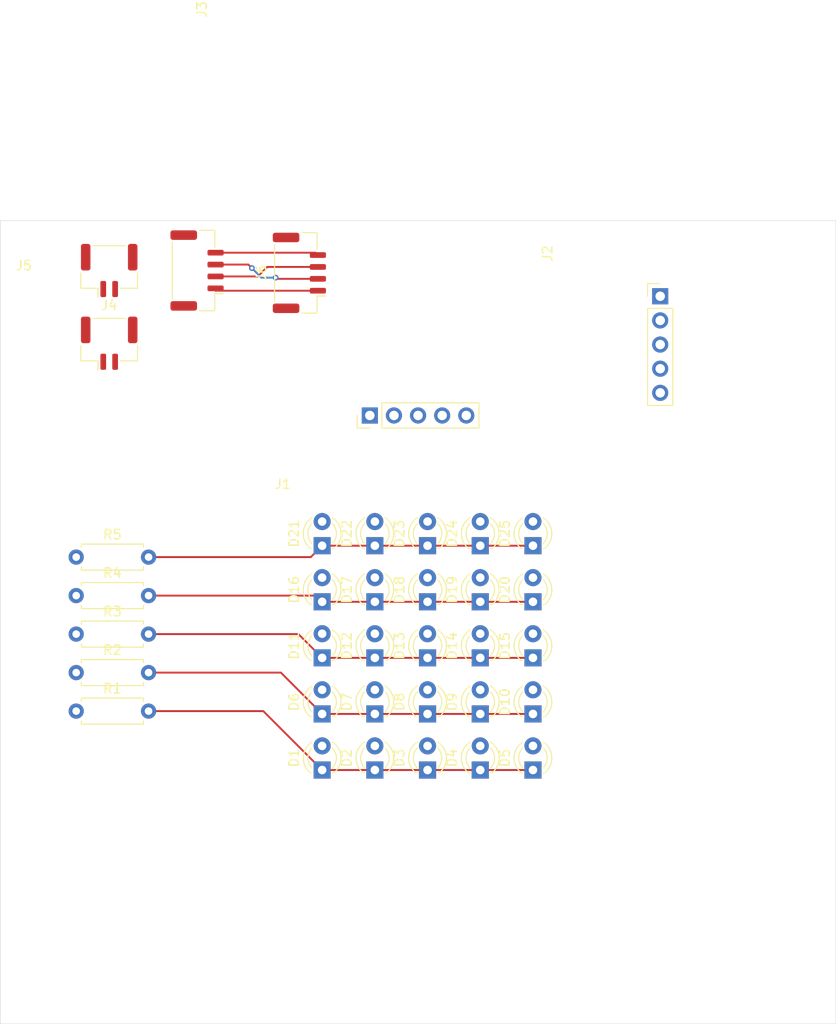
<source format=kicad_pcb>
(kicad_pcb (version 20240108) (generator "pcbnew") (generator_version "8.0")
  (layers (0 "F.Cu" signal) (31 "B.Cu" signal) (34 "B.Paste" user) (35 "F.Paste" user) (36 "B.SilkS" user "B.Silkscreen") (37 "F.SilkS" user "F.Silkscreen") (38 "B.Mask" user) (39 "F.Mask" user) (44 "Edge.Cuts" user))
  (net 0 "")
  (net 1 "Net-(D1-A)")
  (net 2 "Net-(D1-K)")
  (net 3 "Net-(D12-A)")
  (net 4 "Net-(D13-A)")
  (net 5 "Net-(D14-A)")
  (net 6 "Net-(D10-A)")
  (net 7 "Net-(D10-K)")
  (net 8 "Net-(D11-K)")
  (net 9 "Net-(D16-K)")
  (net 10 "Net-(D21-K)")
  (net 11 "Net-(J2-Pin_1)")
  (net 12 "Net-(J2-Pin_3)")
  (net 13 "Net-(J2-Pin_2)")
  (net 14 "Net-(J2-Pin_4)")
  (net 15 "Net-(J2-Pin_5)")
  (net 16 "Net-(J3-Pin_1)")
  (net 17 "Net-(J3-Pin_2)")
  (net 18 "Net-(J5-Pin_3)")
  (net 19 "Net-(J5-Pin_2)")
  (net 20 "Net-(J5-Pin_4)")
  (net 21 "Net-(J5-Pin_1)")
  (footprint "LED_THT:LED_D3.0mm_IRBlack" (layer "F.Cu") (at 56.9 62.2 90)
    (property "Reference" "D21" (at 1.27 -2.96 90) (layer "F.SilkS"))
    (property "Value" "IR204A")
    (fp_line (start -0.29 -1.236) (end -0.29 -1.08) (stroke (width 0.12)) (layer "F.SilkS"))
    (fp_line (start -0.29 1.08) (end -0.29 1.236) (stroke (width 0.12)) (layer "F.SilkS"))
    (fp_arc (start -0.29 -1.235516) (mid 1.366487 -1.987659) (end 2.942335 -1.078608) (stroke (width 0.12)) (layer "F.SilkS"))
    (fp_arc (start 0.229039 -1.08) (mid 1.270117 -1.5) (end 2.31113 -1.079837) (stroke (width 0.12)) (layer "F.SilkS"))
    (fp_arc (start 2.942335 1.078608) (mid 1.366487 1.987659) (end -0.29 1.235516) (stroke (width 0.12)) (layer "F.SilkS"))
    (fp_arc (start 2.31113 1.079837) (mid 1.270117 1.5) (end 0.229039 1.08) (stroke (width 0.12)) (layer "F.SilkS"))
    (pad "1" thru_hole rect (at 0 0 90) (size 1.8 1.8) (drill 0.9) (layers "*.Cu" "*.Mask") (net 10 "Net-(D21-K)"))
    (pad "2" thru_hole circle (at 2.54 0 90) (size 1.8 1.8) (drill 0.9) (layers "*.Cu" "*.Mask") (net 1 "Net-(D1-A)"))
  )
  (footprint "Resistor_THT:R_Axial_DIN0207_L6.3mm_D2.5mm_P7.62mm_Horizontal" (layer "F.Cu") (at 31 67.45)
    (property "Reference" "R4" (at 3.81 -2.37 0) (layer "F.SilkS"))
    (property "Value" "R")
    (fp_line (start 0.54 -1.37) (end 7.08 -1.37) (stroke (width 0.12)) (layer "F.SilkS"))
    (fp_line (start 0.54 -1.04) (end 0.54 -1.37) (stroke (width 0.12)) (layer "F.SilkS"))
    (fp_line (start 0.54 1.04) (end 0.54 1.37) (stroke (width 0.12)) (layer "F.SilkS"))
    (fp_line (start 0.54 1.37) (end 7.08 1.37) (stroke (width 0.12)) (layer "F.SilkS"))
    (fp_line (start 7.08 -1.37) (end 7.08 -1.04) (stroke (width 0.12)) (layer "F.SilkS"))
    (fp_line (start 7.08 1.37) (end 7.08 1.04) (stroke (width 0.12)) (layer "F.SilkS"))
    (pad "1" thru_hole circle (at 0 0) (size 1.6 1.6) (drill 0.8) (layers "*.Cu" "*.Mask") (net 13 "Net-(J2-Pin_2)"))
    (pad "2" thru_hole oval (at 7.62 0) (size 1.6 1.6) (drill 0.8) (layers "*.Cu" "*.Mask") (net 9 "Net-(D16-K)"))
  )
  (footprint "LED_THT:LED_D3.0mm_IRBlack" (layer "F.Cu") (at 73.55 68.1 90)
    (property "Reference" "D19" (at 1.27 -2.96 90) (layer "F.SilkS"))
    (property "Value" "IR204A")
    (fp_line (start -0.29 -1.236) (end -0.29 -1.08) (stroke (width 0.12)) (layer "F.SilkS"))
    (fp_line (start -0.29 1.08) (end -0.29 1.236) (stroke (width 0.12)) (layer "F.SilkS"))
    (fp_arc (start -0.29 -1.235516) (mid 1.366487 -1.987659) (end 2.942335 -1.078608) (stroke (width 0.12)) (layer "F.SilkS"))
    (fp_arc (start 0.229039 -1.08) (mid 1.270117 -1.5) (end 2.31113 -1.079837) (stroke (width 0.12)) (layer "F.SilkS"))
    (fp_arc (start 2.942335 1.078608) (mid 1.366487 1.987659) (end -0.29 1.235516) (stroke (width 0.12)) (layer "F.SilkS"))
    (fp_arc (start 2.31113 1.079837) (mid 1.270117 1.5) (end 0.229039 1.08) (stroke (width 0.12)) (layer "F.SilkS"))
    (pad "1" thru_hole rect (at 0 0 90) (size 1.8 1.8) (drill 0.9) (layers "*.Cu" "*.Mask") (net 9 "Net-(D16-K)"))
    (pad "2" thru_hole circle (at 2.54 0 90) (size 1.8 1.8) (drill 0.9) (layers "*.Cu" "*.Mask") (net 5 "Net-(D14-A)"))
  )
  (footprint "LED_THT:LED_D3.0mm_IRBlack" (layer "F.Cu") (at 79.1 62.2 90)
    (property "Reference" "D25" (at 1.27 -2.96 90) (layer "F.SilkS"))
    (property "Value" "IR204A")
    (fp_line (start -0.29 -1.236) (end -0.29 -1.08) (stroke (width 0.12)) (layer "F.SilkS"))
    (fp_line (start -0.29 1.08) (end -0.29 1.236) (stroke (width 0.12)) (layer "F.SilkS"))
    (fp_arc (start -0.29 -1.235516) (mid 1.366487 -1.987659) (end 2.942335 -1.078608) (stroke (width 0.12)) (layer "F.SilkS"))
    (fp_arc (start 0.229039 -1.08) (mid 1.270117 -1.5) (end 2.31113 -1.079837) (stroke (width 0.12)) (layer "F.SilkS"))
    (fp_arc (start 2.942335 1.078608) (mid 1.366487 1.987659) (end -0.29 1.235516) (stroke (width 0.12)) (layer "F.SilkS"))
    (fp_arc (start 2.31113 1.079837) (mid 1.270117 1.5) (end 0.229039 1.08) (stroke (width 0.12)) (layer "F.SilkS"))
    (pad "1" thru_hole rect (at 0 0 90) (size 1.8 1.8) (drill 0.9) (layers "*.Cu" "*.Mask") (net 10 "Net-(D21-K)"))
    (pad "2" thru_hole circle (at 2.54 0 90) (size 1.8 1.8) (drill 0.9) (layers "*.Cu" "*.Mask") (net 6 "Net-(D10-A)"))
  )
  (footprint "LED_THT:LED_D3.0mm_IRBlack" (layer "F.Cu") (at 62.45 68.1 90)
    (property "Reference" "D17" (at 1.27 -2.96 90) (layer "F.SilkS"))
    (property "Value" "IR204A")
    (fp_line (start -0.29 -1.236) (end -0.29 -1.08) (stroke (width 0.12)) (layer "F.SilkS"))
    (fp_line (start -0.29 1.08) (end -0.29 1.236) (stroke (width 0.12)) (layer "F.SilkS"))
    (fp_arc (start -0.29 -1.235516) (mid 1.366487 -1.987659) (end 2.942335 -1.078608) (stroke (width 0.12)) (layer "F.SilkS"))
    (fp_arc (start 0.229039 -1.08) (mid 1.270117 -1.5) (end 2.31113 -1.079837) (stroke (width 0.12)) (layer "F.SilkS"))
    (fp_arc (start 2.942335 1.078608) (mid 1.366487 1.987659) (end -0.29 1.235516) (stroke (width 0.12)) (layer "F.SilkS"))
    (fp_arc (start 2.31113 1.079837) (mid 1.270117 1.5) (end 0.229039 1.08) (stroke (width 0.12)) (layer "F.SilkS"))
    (pad "1" thru_hole rect (at 0 0 90) (size 1.8 1.8) (drill 0.9) (layers "*.Cu" "*.Mask") (net 9 "Net-(D16-K)"))
    (pad "2" thru_hole circle (at 2.54 0 90) (size 1.8 1.8) (drill 0.9) (layers "*.Cu" "*.Mask") (net 3 "Net-(D12-A)"))
  )
  (footprint "Connector_JST:JST_GH_BM02B-GHS-TBT_1x02-1MP_P1.25mm_Vertical" (layer "F.Cu") (at 34.475 33.25)
    (property "Reference" "J3" (at 9.77 -27.475 90) (layer "F.SilkS"))
    (property "Value" "Conn_01x02")
    (fp_line (start -2.985 0.26) (end -2.985 1.86) (stroke (width 0.12)) (layer "F.SilkS"))
    (fp_line (start -2.985 1.86) (end -1.185 1.86) (stroke (width 0.12)) (layer "F.SilkS"))
    (fp_line (start -1.715 -2.61) (end 1.715 -2.61) (stroke (width 0.12)) (layer "F.SilkS"))
    (fp_line (start -1.185 1.86) (end -1.185 2.8) (stroke (width 0.12)) (layer "F.SilkS"))
    (fp_line (start 2.985 0.26) (end 2.985 1.86) (stroke (width 0.12)) (layer "F.SilkS"))
    (fp_line (start 2.985 1.86) (end 1.185 1.86) (stroke (width 0.12)) (layer "F.SilkS"))
    (pad "1" smd roundrect (at -0.625 1.95) (size 0.6 1.7) (layers "F.Cu" "F.Paste" "F.Mask") (net 16 "Net-(J3-Pin_1)"))
    (pad "2" smd roundrect (at 0.625 1.95) (size 0.6 1.7) (layers "F.Cu" "F.Paste" "F.Mask") (net 17 "Net-(J3-Pin_2)"))
    (pad "MP" smd roundrect (at -2.475 -1.4) (size 1 2.8) (layers "F.Cu" "F.Paste" "F.Mask"))
    (pad "MP" smd roundrect (at 2.475 -1.4) (size 1 2.8) (layers "F.Cu" "F.Paste" "F.Mask"))
  )
  (footprint "Resistor_THT:R_Axial_DIN0207_L6.3mm_D2.5mm_P7.62mm_Horizontal" (layer "F.Cu") (at 31 63.4)
    (property "Reference" "R5" (at 3.81 -2.37 0) (layer "F.SilkS"))
    (property "Value" "R")
    (fp_line (start 0.54 -1.37) (end 7.08 -1.37) (stroke (width 0.12)) (layer "F.SilkS"))
    (fp_line (start 0.54 -1.04) (end 0.54 -1.37) (stroke (width 0.12)) (layer "F.SilkS"))
    (fp_line (start 0.54 1.04) (end 0.54 1.37) (stroke (width 0.12)) (layer "F.SilkS"))
    (fp_line (start 0.54 1.37) (end 7.08 1.37) (stroke (width 0.12)) (layer "F.SilkS"))
    (fp_line (start 7.08 -1.37) (end 7.08 -1.04) (stroke (width 0.12)) (layer "F.SilkS"))
    (fp_line (start 7.08 1.37) (end 7.08 1.04) (stroke (width 0.12)) (layer "F.SilkS"))
    (pad "1" thru_hole circle (at 0 0) (size 1.6 1.6) (drill 0.8) (layers "*.Cu" "*.Mask") (net 11 "Net-(J2-Pin_1)"))
    (pad "2" thru_hole oval (at 7.62 0) (size 1.6 1.6) (drill 0.8) (layers "*.Cu" "*.Mask") (net 10 "Net-(D21-K)"))
  )
  (footprint "LED_THT:LED_D3.0mm_IRBlack" (layer "F.Cu") (at 73.55 74 90)
    (property "Reference" "D14" (at 1.27 -2.96 90) (layer "F.SilkS"))
    (property "Value" "IR204A")
    (fp_line (start -0.29 -1.236) (end -0.29 -1.08) (stroke (width 0.12)) (layer "F.SilkS"))
    (fp_line (start -0.29 1.08) (end -0.29 1.236) (stroke (width 0.12)) (layer "F.SilkS"))
    (fp_arc (start -0.29 -1.235516) (mid 1.366487 -1.987659) (end 2.942335 -1.078608) (stroke (width 0.12)) (layer "F.SilkS"))
    (fp_arc (start 0.229039 -1.08) (mid 1.270117 -1.5) (end 2.31113 -1.079837) (stroke (width 0.12)) (layer "F.SilkS"))
    (fp_arc (start 2.942335 1.078608) (mid 1.366487 1.987659) (end -0.29 1.235516) (stroke (width 0.12)) (layer "F.SilkS"))
    (fp_arc (start 2.31113 1.079837) (mid 1.270117 1.5) (end 0.229039 1.08) (stroke (width 0.12)) (layer "F.SilkS"))
    (pad "1" thru_hole rect (at 0 0 90) (size 1.8 1.8) (drill 0.9) (layers "*.Cu" "*.Mask") (net 8 "Net-(D11-K)"))
    (pad "2" thru_hole circle (at 2.54 0 90) (size 1.8 1.8) (drill 0.9) (layers "*.Cu" "*.Mask") (net 5 "Net-(D14-A)"))
  )
  (footprint "LED_THT:LED_D3.0mm_IRBlack" (layer "F.Cu") (at 56.9 74 90)
    (property "Reference" "D11" (at 1.27 -2.96 90) (layer "F.SilkS"))
    (property "Value" "IR204A")
    (fp_line (start -0.29 -1.236) (end -0.29 -1.08) (stroke (width 0.12)) (layer "F.SilkS"))
    (fp_line (start -0.29 1.08) (end -0.29 1.236) (stroke (width 0.12)) (layer "F.SilkS"))
    (fp_arc (start -0.29 -1.235516) (mid 1.366487 -1.987659) (end 2.942335 -1.078608) (stroke (width 0.12)) (layer "F.SilkS"))
    (fp_arc (start 0.229039 -1.08) (mid 1.270117 -1.5) (end 2.31113 -1.079837) (stroke (width 0.12)) (layer "F.SilkS"))
    (fp_arc (start 2.942335 1.078608) (mid 1.366487 1.987659) (end -0.29 1.235516) (stroke (width 0.12)) (layer "F.SilkS"))
    (fp_arc (start 2.31113 1.079837) (mid 1.270117 1.5) (end 0.229039 1.08) (stroke (width 0.12)) (layer "F.SilkS"))
    (pad "1" thru_hole rect (at 0 0 90) (size 1.8 1.8) (drill 0.9) (layers "*.Cu" "*.Mask") (net 8 "Net-(D11-K)"))
    (pad "2" thru_hole circle (at 2.54 0 90) (size 1.8 1.8) (drill 0.9) (layers "*.Cu" "*.Mask") (net 1 "Net-(D1-A)"))
  )
  (footprint "LED_THT:LED_D3.0mm_IRBlack" (layer "F.Cu") (at 68 85.8 90)
    (property "Reference" "D3" (at 1.27 -2.96 90) (layer "F.SilkS"))
    (property "Value" "IR204A")
    (fp_line (start -0.29 -1.236) (end -0.29 -1.08) (stroke (width 0.12)) (layer "F.SilkS"))
    (fp_line (start -0.29 1.08) (end -0.29 1.236) (stroke (width 0.12)) (layer "F.SilkS"))
    (fp_arc (start -0.29 -1.235516) (mid 1.366487 -1.987659) (end 2.942335 -1.078608) (stroke (width 0.12)) (layer "F.SilkS"))
    (fp_arc (start 0.229039 -1.08) (mid 1.270117 -1.5) (end 2.31113 -1.079837) (stroke (width 0.12)) (layer "F.SilkS"))
    (fp_arc (start 2.942335 1.078608) (mid 1.366487 1.987659) (end -0.29 1.235516) (stroke (width 0.12)) (layer "F.SilkS"))
    (fp_arc (start 2.31113 1.079837) (mid 1.270117 1.5) (end 0.229039 1.08) (stroke (width 0.12)) (layer "F.SilkS"))
    (pad "1" thru_hole rect (at 0 0 90) (size 1.8 1.8) (drill 0.9) (layers "*.Cu" "*.Mask") (net 2 "Net-(D1-K)"))
    (pad "2" thru_hole circle (at 2.54 0 90) (size 1.8 1.8) (drill 0.9) (layers "*.Cu" "*.Mask") (net 4 "Net-(D13-A)"))
  )
  (footprint "LED_THT:LED_D3.0mm_IRBlack" (layer "F.Cu") (at 68 68.1 90)
    (property "Reference" "D18" (at 1.27 -2.96 90) (layer "F.SilkS"))
    (property "Value" "IR204A")
    (fp_line (start -0.29 -1.236) (end -0.29 -1.08) (stroke (width 0.12)) (layer "F.SilkS"))
    (fp_line (start -0.29 1.08) (end -0.29 1.236) (stroke (width 0.12)) (layer "F.SilkS"))
    (fp_arc (start -0.29 -1.235516) (mid 1.366487 -1.987659) (end 2.942335 -1.078608) (stroke (width 0.12)) (layer "F.SilkS"))
    (fp_arc (start 0.229039 -1.08) (mid 1.270117 -1.5) (end 2.31113 -1.079837) (stroke (width 0.12)) (layer "F.SilkS"))
    (fp_arc (start 2.942335 1.078608) (mid 1.366487 1.987659) (end -0.29 1.235516) (stroke (width 0.12)) (layer "F.SilkS"))
    (fp_arc (start 2.31113 1.079837) (mid 1.270117 1.5) (end 0.229039 1.08) (stroke (width 0.12)) (layer "F.SilkS"))
    (pad "1" thru_hole rect (at 0 0 90) (size 1.8 1.8) (drill 0.9) (layers "*.Cu" "*.Mask") (net 9 "Net-(D16-K)"))
    (pad "2" thru_hole circle (at 2.54 0 90) (size 1.8 1.8) (drill 0.9) (layers "*.Cu" "*.Mask") (net 4 "Net-(D13-A)"))
  )
  (footprint "Connector_JST:JST_GH_BM04B-GHS-TBT_1x04-1MP_P1.25mm_Vertical" (layer "F.Cu") (at 43.725 33.25 90)
    (property "Reference" "J5" (at 0.52 -18.225 360) (layer "F.SilkS"))
    (property "Value" "Conn_01x04")
    (fp_line (start -2.965 -2.61) (end 2.965 -2.61) (stroke (width 0.12)) (layer "F.SilkS"))
    (fp_line (start 4.235 0.26) (end 4.235 1.86) (stroke (width 0.12)) (layer "F.SilkS"))
    (fp_line (start -4.235 0.26) (end -4.235 1.86) (stroke (width 0.12)) (layer "F.SilkS"))
    (fp_line (start 4.235 1.86) (end 2.435 1.86) (stroke (width 0.12)) (layer "F.SilkS"))
    (fp_line (start -2.435 1.86) (end -2.435 2.8) (stroke (width 0.12)) (layer "F.SilkS"))
    (fp_line (start -4.235 1.86) (end -2.435 1.86) (stroke (width 0.12)) (layer "F.SilkS"))
    (pad "1" smd roundrect (at -1.875 1.95 90) (size 0.6 1.7) (layers "F.Cu" "F.Paste" "F.Mask") (net 21 "Net-(J5-Pin_1)"))
    (pad "2" smd roundrect (at -0.625 1.95 90) (size 0.6 1.7) (layers "F.Cu" "F.Paste" "F.Mask") (net 19 "Net-(J5-Pin_2)"))
    (pad "3" smd roundrect (at 0.625 1.95 90) (size 0.6 1.7) (layers "F.Cu" "F.Paste" "F.Mask") (net 18 "Net-(J5-Pin_3)"))
    (pad "4" smd roundrect (at 1.875 1.95 90) (size 0.6 1.7) (layers "F.Cu" "F.Paste" "F.Mask") (net 20 "Net-(J5-Pin_4)"))
    (pad "MP" smd roundrect (at -3.725 -1.4 90) (size 1 2.8) (layers "F.Cu" "F.Paste" "F.Mask"))
    (pad "MP" smd roundrect (at 3.725 -1.4 90) (size 1 2.8) (layers "F.Cu" "F.Paste" "F.Mask"))
  )
  (footprint "LED_THT:LED_D3.0mm_IRBlack" (layer "F.Cu") (at 73.55 62.2 90)
    (property "Reference" "D24" (at 1.27 -2.96 90) (layer "F.SilkS"))
    (property "Value" "IR204A")
    (fp_line (start -0.29 -1.236) (end -0.29 -1.08) (stroke (width 0.12)) (layer "F.SilkS"))
    (fp_line (start -0.29 1.08) (end -0.29 1.236) (stroke (width 0.12)) (layer "F.SilkS"))
    (fp_arc (start -0.29 -1.235516) (mid 1.366487 -1.987659) (end 2.942335 -1.078608) (stroke (width 0.12)) (layer "F.SilkS"))
    (fp_arc (start 0.229039 -1.08) (mid 1.270117 -1.5) (end 2.31113 -1.079837) (stroke (width 0.12)) (layer "F.SilkS"))
    (fp_arc (start 2.942335 1.078608) (mid 1.366487 1.987659) (end -0.29 1.235516) (stroke (width 0.12)) (layer "F.SilkS"))
    (fp_arc (start 2.31113 1.079837) (mid 1.270117 1.5) (end 0.229039 1.08) (stroke (width 0.12)) (layer "F.SilkS"))
    (pad "1" thru_hole rect (at 0 0 90) (size 1.8 1.8) (drill 0.9) (layers "*.Cu" "*.Mask") (net 10 "Net-(D21-K)"))
    (pad "2" thru_hole circle (at 2.54 0 90) (size 1.8 1.8) (drill 0.9) (layers "*.Cu" "*.Mask") (net 5 "Net-(D14-A)"))
  )
  (footprint "Connector_PinHeader_2.54mm:PinHeader_1x05_P2.54mm_Vertical" (layer "F.Cu") (at 92.5 35.96)
    (property "Reference" "J2" (at -11.87 -4.505 90) (layer "F.SilkS"))
    (property "Value" "Conn_01x05")
    (fp_line (start -1.33 -1.33) (end 0 -1.33) (stroke (width 0.12)) (layer "F.SilkS"))
    (fp_line (start -1.33 0) (end -1.33 -1.33) (stroke (width 0.12)) (layer "F.SilkS"))
    (fp_line (start -1.33 1.27) (end -1.33 11.49) (stroke (width 0.12)) (layer "F.SilkS"))
    (fp_line (start -1.33 1.27) (end 1.33 1.27) (stroke (width 0.12)) (layer "F.SilkS"))
    (fp_line (start -1.33 11.49) (end 1.33 11.49) (stroke (width 0.12)) (layer "F.SilkS"))
    (fp_line (start 1.33 1.27) (end 1.33 11.49) (stroke (width 0.12)) (layer "F.SilkS"))
    (pad "1" thru_hole rect (at 0 0) (size 1.7 1.7) (drill 1) (layers "*.Cu" "*.Mask") (net 11 "Net-(J2-Pin_1)"))
    (pad "2" thru_hole oval (at 0 2.54) (size 1.7 1.7) (drill 1) (layers "*.Cu" "*.Mask") (net 13 "Net-(J2-Pin_2)"))
    (pad "3" thru_hole oval (at 0 5.08) (size 1.7 1.7) (drill 1) (layers "*.Cu" "*.Mask") (net 12 "Net-(J2-Pin_3)"))
    (pad "4" thru_hole oval (at 0 7.62) (size 1.7 1.7) (drill 1) (layers "*.Cu" "*.Mask") (net 14 "Net-(J2-Pin_4)"))
    (pad "5" thru_hole oval (at 0 10.16) (size 1.7 1.7) (drill 1) (layers "*.Cu" "*.Mask") (net 15 "Net-(J2-Pin_5)"))
  )
  (footprint "Connector_PinHeader_2.54mm:PinHeader_1x05_P2.54mm_Vertical" (layer "F.Cu") (at 61.92 48.5 90)
    (property "Reference" "J1" (at -7.22 -9.155 360) (layer "F.SilkS"))
    (property "Value" "Conn_01x05")
    (fp_line (start -1.33 -1.33) (end 0 -1.33) (stroke (width 0.12)) (layer "F.SilkS"))
    (fp_line (start -1.33 0) (end -1.33 -1.33) (stroke (width 0.12)) (layer "F.SilkS"))
    (fp_line (start 1.33 1.27) (end 1.33 11.49) (stroke (width 0.12)) (layer "F.SilkS"))
    (fp_line (start -1.33 1.27) (end 1.33 1.27) (stroke (width 0.12)) (layer "F.SilkS"))
    (fp_line (start -1.33 1.27) (end -1.33 11.49) (stroke (width 0.12)) (layer "F.SilkS"))
    (fp_line (start -1.33 11.49) (end 1.33 11.49) (stroke (width 0.12)) (layer "F.SilkS"))
    (pad "1" thru_hole rect (at 0 0 90) (size 1.7 1.7) (drill 1) (layers "*.Cu" "*.Mask") (net 1 "Net-(D1-A)"))
    (pad "2" thru_hole oval (at 0 2.54 90) (size 1.7 1.7) (drill 1) (layers "*.Cu" "*.Mask") (net 3 "Net-(D12-A)"))
    (pad "3" thru_hole oval (at 0 5.08 90) (size 1.7 1.7) (drill 1) (layers "*.Cu" "*.Mask") (net 4 "Net-(D13-A)"))
    (pad "4" thru_hole oval (at 0 7.62 90) (size 1.7 1.7) (drill 1) (layers "*.Cu" "*.Mask") (net 5 "Net-(D14-A)"))
    (pad "5" thru_hole oval (at 0 10.16 90) (size 1.7 1.7) (drill 1) (layers "*.Cu" "*.Mask") (net 6 "Net-(D10-A)"))
  )
  (footprint "LED_THT:LED_D3.0mm_IRBlack" (layer "F.Cu") (at 62.45 62.2 90)
    (property "Reference" "D22" (at 1.27 -2.96 90) (layer "F.SilkS"))
    (property "Value" "IR204A")
    (fp_line (start -0.29 -1.236) (end -0.29 -1.08) (stroke (width 0.12)) (layer "F.SilkS"))
    (fp_line (start -0.29 1.08) (end -0.29 1.236) (stroke (width 0.12)) (layer "F.SilkS"))
    (fp_arc (start -0.29 -1.235516) (mid 1.366487 -1.987659) (end 2.942335 -1.078608) (stroke (width 0.12)) (layer "F.SilkS"))
    (fp_arc (start 0.229039 -1.08) (mid 1.270117 -1.5) (end 2.31113 -1.079837) (stroke (width 0.12)) (layer "F.SilkS"))
    (fp_arc (start 2.942335 1.078608) (mid 1.366487 1.987659) (end -0.29 1.235516) (stroke (width 0.12)) (layer "F.SilkS"))
    (fp_arc (start 2.31113 1.079837) (mid 1.270117 1.5) (end 0.229039 1.08) (stroke (width 0.12)) (layer "F.SilkS"))
    (pad "1" thru_hole rect (at 0 0 90) (size 1.8 1.8) (drill 0.9) (layers "*.Cu" "*.Mask") (net 10 "Net-(D21-K)"))
    (pad "2" thru_hole circle (at 2.54 0 90) (size 1.8 1.8) (drill 0.9) (layers "*.Cu" "*.Mask") (net 3 "Net-(D12-A)"))
  )
  (footprint "Connector_JST:JST_GH_BM02B-GHS-TBT_1x02-1MP_P1.25mm_Vertical" (layer "F.Cu") (at 34.475 40.9)
    (property "Reference" "J4" (at 0 -4 0) (layer "F.SilkS"))
    (property "Value" "Conn_01x02")
    (fp_line (start -2.985 0.26) (end -2.985 1.86) (stroke (width 0.12)) (layer "F.SilkS"))
    (fp_line (start -2.985 1.86) (end -1.185 1.86) (stroke (width 0.12)) (layer "F.SilkS"))
    (fp_line (start -1.715 -2.61) (end 1.715 -2.61) (stroke (width 0.12)) (layer "F.SilkS"))
    (fp_line (start -1.185 1.86) (end -1.185 2.8) (stroke (width 0.12)) (layer "F.SilkS"))
    (fp_line (start 2.985 0.26) (end 2.985 1.86) (stroke (width 0.12)) (layer "F.SilkS"))
    (fp_line (start 2.985 1.86) (end 1.185 1.86) (stroke (width 0.12)) (layer "F.SilkS"))
    (pad "1" smd roundrect (at -0.625 1.95) (size 0.6 1.7) (layers "F.Cu" "F.Paste" "F.Mask") (net 16 "Net-(J3-Pin_1)"))
    (pad "2" smd roundrect (at 0.625 1.95) (size 0.6 1.7) (layers "F.Cu" "F.Paste" "F.Mask") (net 17 "Net-(J3-Pin_2)"))
    (pad "MP" smd roundrect (at -2.475 -1.4) (size 1 2.8) (layers "F.Cu" "F.Paste" "F.Mask"))
    (pad "MP" smd roundrect (at 2.475 -1.4) (size 1 2.8) (layers "F.Cu" "F.Paste" "F.Mask"))
  )
  (footprint "Connector_JST:JST_GH_BM04B-GHS-TBT_1x04-1MP_P1.25mm_Vertical" (layer "F.Cu") (at 54.5 33.5 90)
    (property "Reference" "J6" (at 0 -4 90) (layer "F.SilkS"))
    (property "Value" "Conn_01x04")
    (fp_line (start -2.965 -2.61) (end 2.965 -2.61) (stroke (width 0.12)) (layer "F.SilkS"))
    (fp_line (start 4.235 0.26) (end 4.235 1.86) (stroke (width 0.12)) (layer "F.SilkS"))
    (fp_line (start -4.235 0.26) (end -4.235 1.86) (stroke (width 0.12)) (layer "F.SilkS"))
    (fp_line (start 4.235 1.86) (end 2.435 1.86) (stroke (width 0.12)) (layer "F.SilkS"))
    (fp_line (start -2.435 1.86) (end -2.435 2.8) (stroke (width 0.12)) (layer "F.SilkS"))
    (fp_line (start -4.235 1.86) (end -2.435 1.86) (stroke (width 0.12)) (layer "F.SilkS"))
    (pad "1" smd roundrect (at -1.875 1.95 90) (size 0.6 1.7) (layers "F.Cu" "F.Paste" "F.Mask") (net 21 "Net-(J5-Pin_1)"))
    (pad "2" smd roundrect (at -0.625 1.95 90) (size 0.6 1.7) (layers "F.Cu" "F.Paste" "F.Mask") (net 18 "Net-(J5-Pin_3)"))
    (pad "3" smd roundrect (at 0.625 1.95 90) (size 0.6 1.7) (layers "F.Cu" "F.Paste" "F.Mask") (net 19 "Net-(J5-Pin_2)"))
    (pad "4" smd roundrect (at 1.875 1.95 90) (size 0.6 1.7) (layers "F.Cu" "F.Paste" "F.Mask") (net 20 "Net-(J5-Pin_4)"))
    (pad "MP" smd roundrect (at -3.725 -1.4 90) (size 1 2.8) (layers "F.Cu" "F.Paste" "F.Mask"))
    (pad "MP" smd roundrect (at 3.725 -1.4 90) (size 1 2.8) (layers "F.Cu" "F.Paste" "F.Mask"))
  )
  (footprint "LED_THT:LED_D3.0mm_IRBlack" (layer "F.Cu") (at 68 74 90)
    (property "Reference" "D13" (at 1.27 -2.96 90) (layer "F.SilkS"))
    (property "Value" "IR204A")
    (fp_line (start -0.29 -1.236) (end -0.29 -1.08) (stroke (width 0.12)) (layer "F.SilkS"))
    (fp_line (start -0.29 1.08) (end -0.29 1.236) (stroke (width 0.12)) (layer "F.SilkS"))
    (fp_arc (start -0.29 -1.235516) (mid 1.366487 -1.987659) (end 2.942335 -1.078608) (stroke (width 0.12)) (layer "F.SilkS"))
    (fp_arc (start 0.229039 -1.08) (mid 1.270117 -1.5) (end 2.31113 -1.079837) (stroke (width 0.12)) (layer "F.SilkS"))
    (fp_arc (start 2.942335 1.078608) (mid 1.366487 1.987659) (end -0.29 1.235516) (stroke (width 0.12)) (layer "F.SilkS"))
    (fp_arc (start 2.31113 1.079837) (mid 1.270117 1.5) (end 0.229039 1.08) (stroke (width 0.12)) (layer "F.SilkS"))
    (pad "1" thru_hole rect (at 0 0 90) (size 1.8 1.8) (drill 0.9) (layers "*.Cu" "*.Mask") (net 8 "Net-(D11-K)"))
    (pad "2" thru_hole circle (at 2.54 0 90) (size 1.8 1.8) (drill 0.9) (layers "*.Cu" "*.Mask") (net 4 "Net-(D13-A)"))
  )
  (footprint "LED_THT:LED_D3.0mm_IRBlack" (layer "F.Cu") (at 56.9 79.9 90)
    (property "Reference" "D6" (at 1.27 -2.96 90) (layer "F.SilkS"))
    (property "Value" "IR204A")
    (fp_line (start -0.29 -1.236) (end -0.29 -1.08) (stroke (width 0.12)) (layer "F.SilkS"))
    (fp_line (start -0.29 1.08) (end -0.29 1.236) (stroke (width 0.12)) (layer "F.SilkS"))
    (fp_arc (start -0.29 -1.235516) (mid 1.366487 -1.987659) (end 2.942335 -1.078608) (stroke (width 0.12)) (layer "F.SilkS"))
    (fp_arc (start 0.229039 -1.08) (mid 1.270117 -1.5) (end 2.31113 -1.079837) (stroke (width 0.12)) (layer "F.SilkS"))
    (fp_arc (start 2.942335 1.078608) (mid 1.366487 1.987659) (end -0.29 1.235516) (stroke (width 0.12)) (layer "F.SilkS"))
    (fp_arc (start 2.31113 1.079837) (mid 1.270117 1.5) (end 0.229039 1.08) (stroke (width 0.12)) (layer "F.SilkS"))
    (pad "1" thru_hole rect (at 0 0 90) (size 1.8 1.8) (drill 0.9) (layers "*.Cu" "*.Mask") (net 7 "Net-(D10-K)"))
    (pad "2" thru_hole circle (at 2.54 0 90) (size 1.8 1.8) (drill 0.9) (layers "*.Cu" "*.Mask") (net 1 "Net-(D1-A)"))
  )
  (footprint "LED_THT:LED_D3.0mm_IRBlack" (layer "F.Cu") (at 56.9 68.1 90)
    (property "Reference" "D16" (at 1.27 -2.96 90) (layer "F.SilkS"))
    (property "Value" "IR204A")
    (fp_line (start -0.29 -1.236) (end -0.29 -1.08) (stroke (width 0.12)) (layer "F.SilkS"))
    (fp_line (start -0.29 1.08) (end -0.29 1.236) (stroke (width 0.12)) (layer "F.SilkS"))
    (fp_arc (start -0.29 -1.235516) (mid 1.366487 -1.987659) (end 2.942335 -1.078608) (stroke (width 0.12)) (layer "F.SilkS"))
    (fp_arc (start 0.229039 -1.08) (mid 1.270117 -1.5) (end 2.31113 -1.079837) (stroke (width 0.12)) (layer "F.SilkS"))
    (fp_arc (start 2.942335 1.078608) (mid 1.366487 1.987659) (end -0.29 1.235516) (stroke (width 0.12)) (layer "F.SilkS"))
    (fp_arc (start 2.31113 1.079837) (mid 1.270117 1.5) (end 0.229039 1.08) (stroke (width 0.12)) (layer "F.SilkS"))
    (pad "1" thru_hole rect (at 0 0 90) (size 1.8 1.8) (drill 0.9) (layers "*.Cu" "*.Mask") (net 9 "Net-(D16-K)"))
    (pad "2" thru_hole circle (at 2.54 0 90) (size 1.8 1.8) (drill 0.9) (layers "*.Cu" "*.Mask") (net 1 "Net-(D1-A)"))
  )
  (footprint "LED_THT:LED_D3.0mm_IRBlack" (layer "F.Cu") (at 68 62.2 90)
    (property "Reference" "D23" (at 1.27 -2.96 90) (layer "F.SilkS"))
    (property "Value" "IR204A")
    (fp_line (start -0.29 -1.236) (end -0.29 -1.08) (stroke (width 0.12)) (layer "F.SilkS"))
    (fp_line (start -0.29 1.08) (end -0.29 1.236) (stroke (width 0.12)) (layer "F.SilkS"))
    (fp_arc (start -0.29 -1.235516) (mid 1.366487 -1.987659) (end 2.942335 -1.078608) (stroke (width 0.12)) (layer "F.SilkS"))
    (fp_arc (start 0.229039 -1.08) (mid 1.270117 -1.5) (end 2.31113 -1.079837) (stroke (width 0.12)) (layer "F.SilkS"))
    (fp_arc (start 2.942335 1.078608) (mid 1.366487 1.987659) (end -0.29 1.235516) (stroke (width 0.12)) (layer "F.SilkS"))
    (fp_arc (start 2.31113 1.079837) (mid 1.270117 1.5) (end 0.229039 1.08) (stroke (width 0.12)) (layer "F.SilkS"))
    (pad "1" thru_hole rect (at 0 0 90) (size 1.8 1.8) (drill 0.9) (layers "*.Cu" "*.Mask") (net 10 "Net-(D21-K)"))
    (pad "2" thru_hole circle (at 2.54 0 90) (size 1.8 1.8) (drill 0.9) (layers "*.Cu" "*.Mask") (net 4 "Net-(D13-A)"))
  )
  (footprint "LED_THT:LED_D3.0mm_IRBlack" (layer "F.Cu") (at 62.45 85.8 90)
    (property "Reference" "D2" (at 1.27 -2.96 90) (layer "F.SilkS"))
    (property "Value" "IR204A")
    (fp_line (start -0.29 -1.236) (end -0.29 -1.08) (stroke (width 0.12)) (layer "F.SilkS"))
    (fp_line (start -0.29 1.08) (end -0.29 1.236) (stroke (width 0.12)) (layer "F.SilkS"))
    (fp_arc (start -0.29 -1.235516) (mid 1.366487 -1.987659) (end 2.942335 -1.078608) (stroke (width 0.12)) (layer "F.SilkS"))
    (fp_arc (start 0.229039 -1.08) (mid 1.270117 -1.5) (end 2.31113 -1.079837) (stroke (width 0.12)) (layer "F.SilkS"))
    (fp_arc (start 2.942335 1.078608) (mid 1.366487 1.987659) (end -0.29 1.235516) (stroke (width 0.12)) (layer "F.SilkS"))
    (fp_arc (start 2.31113 1.079837) (mid 1.270117 1.5) (end 0.229039 1.08) (stroke (width 0.12)) (layer "F.SilkS"))
    (pad "1" thru_hole rect (at 0 0 90) (size 1.8 1.8) (drill 0.9) (layers "*.Cu" "*.Mask") (net 2 "Net-(D1-K)"))
    (pad "2" thru_hole circle (at 2.54 0 90) (size 1.8 1.8) (drill 0.9) (layers "*.Cu" "*.Mask") (net 3 "Net-(D12-A)"))
  )
  (footprint "Resistor_THT:R_Axial_DIN0207_L6.3mm_D2.5mm_P7.62mm_Horizontal" (layer "F.Cu") (at 31 71.5)
    (property "Reference" "R3" (at 3.81 -2.37 360) (layer "F.SilkS"))
    (property "Value" "R")
    (fp_line (start 0.54 -1.37) (end 7.08 -1.37) (stroke (width 0.12)) (layer "F.SilkS"))
    (fp_line (start 0.54 -1.04) (end 0.54 -1.37) (stroke (width 0.12)) (layer "F.SilkS"))
    (fp_line (start 0.54 1.04) (end 0.54 1.37) (stroke (width 0.12)) (layer "F.SilkS"))
    (fp_line (start 0.54 1.37) (end 7.08 1.37) (stroke (width 0.12)) (layer "F.SilkS"))
    (fp_line (start 7.08 -1.37) (end 7.08 -1.04) (stroke (width 0.12)) (layer "F.SilkS"))
    (fp_line (start 7.08 1.37) (end 7.08 1.04) (stroke (width 0.12)) (layer "F.SilkS"))
    (pad "1" thru_hole circle (at 0 0) (size 1.6 1.6) (drill 0.8) (layers "*.Cu" "*.Mask") (net 12 "Net-(J2-Pin_3)"))
    (pad "2" thru_hole oval (at 7.62 0) (size 1.6 1.6) (drill 0.8) (layers "*.Cu" "*.Mask") (net 8 "Net-(D11-K)"))
  )
  (footprint "LED_THT:LED_D3.0mm_IRBlack" (layer "F.Cu") (at 73.55 79.9 90)
    (property "Reference" "D9" (at 1.27 -2.96 90) (layer "F.SilkS"))
    (property "Value" "IR204A")
    (fp_line (start -0.29 -1.236) (end -0.29 -1.08) (stroke (width 0.12)) (layer "F.SilkS"))
    (fp_line (start -0.29 1.08) (end -0.29 1.236) (stroke (width 0.12)) (layer "F.SilkS"))
    (fp_arc (start -0.29 -1.235516) (mid 1.366487 -1.987659) (end 2.942335 -1.078608) (stroke (width 0.12)) (layer "F.SilkS"))
    (fp_arc (start 0.229039 -1.08) (mid 1.270117 -1.5) (end 2.31113 -1.079837) (stroke (width 0.12)) (layer "F.SilkS"))
    (fp_arc (start 2.942335 1.078608) (mid 1.366487 1.987659) (end -0.29 1.235516) (stroke (width 0.12)) (layer "F.SilkS"))
    (fp_arc (start 2.31113 1.079837) (mid 1.270117 1.5) (end 0.229039 1.08) (stroke (width 0.12)) (layer "F.SilkS"))
    (pad "1" thru_hole rect (at 0 0 90) (size 1.8 1.8) (drill 0.9) (layers "*.Cu" "*.Mask") (net 7 "Net-(D10-K)"))
    (pad "2" thru_hole circle (at 2.54 0 90) (size 1.8 1.8) (drill 0.9) (layers "*.Cu" "*.Mask") (net 5 "Net-(D14-A)"))
  )
  (footprint "LED_THT:LED_D3.0mm_IRBlack" (layer "F.Cu") (at 79.1 68.1 90)
    (property "Reference" "D20" (at 1.27 -2.96 90) (layer "F.SilkS"))
    (property "Value" "IR204A")
    (fp_line (start -0.29 -1.236) (end -0.29 -1.08) (stroke (width 0.12)) (layer "F.SilkS"))
    (fp_line (start -0.29 1.08) (end -0.29 1.236) (stroke (width 0.12)) (layer "F.SilkS"))
    (fp_arc (start -0.29 -1.235516) (mid 1.366487 -1.987659) (end 2.942335 -1.078608) (stroke (width 0.12)) (layer "F.SilkS"))
    (fp_arc (start 0.229039 -1.08) (mid 1.270117 -1.5) (end 2.31113 -1.079837) (stroke (width 0.12)) (layer "F.SilkS"))
    (fp_arc (start 2.942335 1.078608) (mid 1.366487 1.987659) (end -0.29 1.235516) (stroke (width 0.12)) (layer "F.SilkS"))
    (fp_arc (start 2.31113 1.079837) (mid 1.270117 1.5) (end 0.229039 1.08) (stroke (width 0.12)) (layer "F.SilkS"))
    (pad "1" thru_hole rect (at 0 0 90) (size 1.8 1.8) (drill 0.9) (layers "*.Cu" "*.Mask") (net 9 "Net-(D16-K)"))
    (pad "2" thru_hole circle (at 2.54 0 90) (size 1.8 1.8) (drill 0.9) (layers "*.Cu" "*.Mask") (net 6 "Net-(D10-A)"))
  )
  (footprint "LED_THT:LED_D3.0mm_IRBlack" (layer "F.Cu") (at 68 79.9 90)
    (property "Reference" "D8" (at 1.27 -2.96 90) (layer "F.SilkS"))
    (property "Value" "IR204A")
    (fp_line (start -0.29 -1.236) (end -0.29 -1.08) (stroke (width 0.12)) (layer "F.SilkS"))
    (fp_line (start -0.29 1.08) (end -0.29 1.236) (stroke (width 0.12)) (layer "F.SilkS"))
    (fp_arc (start -0.29 -1.235516) (mid 1.366487 -1.987659) (end 2.942335 -1.078608) (stroke (width 0.12)) (layer "F.SilkS"))
    (fp_arc (start 0.229039 -1.08) (mid 1.270117 -1.5) (end 2.31113 -1.079837) (stroke (width 0.12)) (layer "F.SilkS"))
    (fp_arc (start 2.942335 1.078608) (mid 1.366487 1.987659) (end -0.29 1.235516) (stroke (width 0.12)) (layer "F.SilkS"))
    (fp_arc (start 2.31113 1.079837) (mid 1.270117 1.5) (end 0.229039 1.08) (stroke (width 0.12)) (layer "F.SilkS"))
    (pad "1" thru_hole rect (at 0 0 90) (size 1.8 1.8) (drill 0.9) (layers "*.Cu" "*.Mask") (net 7 "Net-(D10-K)"))
    (pad "2" thru_hole circle (at 2.54 0 90) (size 1.8 1.8) (drill 0.9) (layers "*.Cu" "*.Mask") (net 4 "Net-(D13-A)"))
  )
  (footprint "LED_THT:LED_D3.0mm_IRBlack" (layer "F.Cu") (at 62.45 79.9 90)
    (property "Reference" "D7" (at 1.27 -2.96 90) (layer "F.SilkS"))
    (property "Value" "IR204A")
    (fp_line (start -0.29 -1.236) (end -0.29 -1.08) (stroke (width 0.12)) (layer "F.SilkS"))
    (fp_line (start -0.29 1.08) (end -0.29 1.236) (stroke (width 0.12)) (layer "F.SilkS"))
    (fp_arc (start -0.29 -1.235516) (mid 1.366487 -1.987659) (end 2.942335 -1.078608) (stroke (width 0.12)) (layer "F.SilkS"))
    (fp_arc (start 0.229039 -1.08) (mid 1.270117 -1.5) (end 2.31113 -1.079837) (stroke (width 0.12)) (layer "F.SilkS"))
    (fp_arc (start 2.942335 1.078608) (mid 1.366487 1.987659) (end -0.29 1.235516) (stroke (width 0.12)) (layer "F.SilkS"))
    (fp_arc (start 2.31113 1.079837) (mid 1.270117 1.5) (end 0.229039 1.08) (stroke (width 0.12)) (layer "F.SilkS"))
    (pad "1" thru_hole rect (at 0 0 90) (size 1.8 1.8) (drill 0.9) (layers "*.Cu" "*.Mask") (net 7 "Net-(D10-K)"))
    (pad "2" thru_hole circle (at 2.54 0 90) (size 1.8 1.8) (drill 0.9) (layers "*.Cu" "*.Mask") (net 3 "Net-(D12-A)"))
  )
  (footprint "LED_THT:LED_D3.0mm_IRBlack" (layer "F.Cu") (at 79.1 79.9 90)
    (property "Reference" "D10" (at 1.27 -2.96 90) (layer "F.SilkS"))
    (property "Value" "IR204A")
    (fp_line (start -0.29 -1.236) (end -0.29 -1.08) (stroke (width 0.12)) (layer "F.SilkS"))
    (fp_line (start -0.29 1.08) (end -0.29 1.236) (stroke (width 0.12)) (layer "F.SilkS"))
    (fp_arc (start -0.29 -1.235516) (mid 1.366487 -1.987659) (end 2.942335 -1.078608) (stroke (width 0.12)) (layer "F.SilkS"))
    (fp_arc (start 0.229039 -1.08) (mid 1.270117 -1.5) (end 2.31113 -1.079837) (stroke (width 0.12)) (layer "F.SilkS"))
    (fp_arc (start 2.942335 1.078608) (mid 1.366487 1.987659) (end -0.29 1.235516) (stroke (width 0.12)) (layer "F.SilkS"))
    (fp_arc (start 2.31113 1.079837) (mid 1.270117 1.5) (end 0.229039 1.08) (stroke (width 0.12)) (layer "F.SilkS"))
    (pad "1" thru_hole rect (at 0 0 90) (size 1.8 1.8) (drill 0.9) (layers "*.Cu" "*.Mask") (net 7 "Net-(D10-K)"))
    (pad "2" thru_hole circle (at 2.54 0 90) (size 1.8 1.8) (drill 0.9) (layers "*.Cu" "*.Mask") (net 6 "Net-(D10-A)"))
  )
  (footprint "LED_THT:LED_D3.0mm_IRBlack" (layer "F.Cu") (at 79.1 74 90)
    (property "Reference" "D15" (at 1.27 -2.96 90) (layer "F.SilkS"))
    (property "Value" "IR204A")
    (fp_line (start -0.29 -1.236) (end -0.29 -1.08) (stroke (width 0.12)) (layer "F.SilkS"))
    (fp_line (start -0.29 1.08) (end -0.29 1.236) (stroke (width 0.12)) (layer "F.SilkS"))
    (fp_arc (start -0.29 -1.235516) (mid 1.366487 -1.987659) (end 2.942335 -1.078608) (stroke (width 0.12)) (layer "F.SilkS"))
    (fp_arc (start 0.229039 -1.08) (mid 1.270117 -1.5) (end 2.31113 -1.079837) (stroke (width 0.12)) (layer "F.SilkS"))
    (fp_arc (start 2.942335 1.078608) (mid 1.366487 1.987659) (end -0.29 1.235516) (stroke (width 0.12)) (layer "F.SilkS"))
    (fp_arc (start 2.31113 1.079837) (mid 1.270117 1.5) (end 0.229039 1.08) (stroke (width 0.12)) (layer "F.SilkS"))
    (pad "1" thru_hole rect (at 0 0 90) (size 1.8 1.8) (drill 0.9) (layers "*.Cu" "*.Mask") (net 8 "Net-(D11-K)"))
    (pad "2" thru_hole circle (at 2.54 0 90) (size 1.8 1.8) (drill 0.9) (layers "*.Cu" "*.Mask") (net 6 "Net-(D10-A)"))
  )
  (footprint "Resistor_THT:R_Axial_DIN0207_L6.3mm_D2.5mm_P7.62mm_Horizontal" (layer "F.Cu") (at 31 75.55)
    (property "Reference" "R2" (at 3.81 -2.37 0) (layer "F.SilkS"))
    (property "Value" "R")
    (fp_line (start 0.54 -1.37) (end 7.08 -1.37) (stroke (width 0.12)) (layer "F.SilkS"))
    (fp_line (start 0.54 -1.04) (end 0.54 -1.37) (stroke (width 0.12)) (layer "F.SilkS"))
    (fp_line (start 0.54 1.04) (end 0.54 1.37) (stroke (width 0.12)) (layer "F.SilkS"))
    (fp_line (start 0.54 1.37) (end 7.08 1.37) (stroke (width 0.12)) (layer "F.SilkS"))
    (fp_line (start 7.08 -1.37) (end 7.08 -1.04) (stroke (width 0.12)) (layer "F.SilkS"))
    (fp_line (start 7.08 1.37) (end 7.08 1.04) (stroke (width 0.12)) (layer "F.SilkS"))
    (pad "1" thru_hole circle (at 0 0) (size 1.6 1.6) (drill 0.8) (layers "*.Cu" "*.Mask") (net 14 "Net-(J2-Pin_4)"))
    (pad "2" thru_hole oval (at 7.62 0) (size 1.6 1.6) (drill 0.8) (layers "*.Cu" "*.Mask") (net 7 "Net-(D10-K)"))
  )
  (footprint "LED_THT:LED_D3.0mm_IRBlack" (layer "F.Cu") (at 56.9 85.8 90)
    (property "Reference" "D1" (at 1.27 -2.96 90) (layer "F.SilkS"))
    (property "Value" "IR204A")
    (fp_line (start -0.29 -1.236) (end -0.29 -1.08) (stroke (width 0.12)) (layer "F.SilkS"))
    (fp_line (start -0.29 1.08) (end -0.29 1.236) (stroke (width 0.12)) (layer "F.SilkS"))
    (fp_arc (start -0.29 -1.235516) (mid 1.366487 -1.987659) (end 2.942335 -1.078608) (stroke (width 0.12)) (layer "F.SilkS"))
    (fp_arc (start 0.229039 -1.08) (mid 1.270117 -1.5) (end 2.31113 -1.079837) (stroke (width 0.12)) (layer "F.SilkS"))
    (fp_arc (start 2.942335 1.078608) (mid 1.366487 1.987659) (end -0.29 1.235516) (stroke (width 0.12)) (layer "F.SilkS"))
    (fp_arc (start 2.31113 1.079837) (mid 1.270117 1.5) (end 0.229039 1.08) (stroke (width 0.12)) (layer "F.SilkS"))
    (pad "1" thru_hole rect (at 0 0 90) (size 1.8 1.8) (drill 0.9) (layers "*.Cu" "*.Mask") (net 2 "Net-(D1-K)"))
    (pad "2" thru_hole circle (at 2.54 0 90) (size 1.8 1.8) (drill 0.9) (layers "*.Cu" "*.Mask") (net 1 "Net-(D1-A)"))
  )
  (footprint "LED_THT:LED_D3.0mm_IRBlack" (layer "F.Cu") (at 79.1 85.8 90)
    (property "Reference" "D5" (at 1.27 -2.96 90) (layer "F.SilkS"))
    (property "Value" "IR204A")
    (fp_line (start -0.29 -1.236) (end -0.29 -1.08) (stroke (width 0.12)) (layer "F.SilkS"))
    (fp_line (start -0.29 1.08) (end -0.29 1.236) (stroke (width 0.12)) (layer "F.SilkS"))
    (fp_arc (start -0.29 -1.235516) (mid 1.366487 -1.987659) (end 2.942335 -1.078608) (stroke (width 0.12)) (layer "F.SilkS"))
    (fp_arc (start 0.229039 -1.08) (mid 1.270117 -1.5) (end 2.31113 -1.079837) (stroke (width 0.12)) (layer "F.SilkS"))
    (fp_arc (start 2.942335 1.078608) (mid 1.366487 1.987659) (end -0.29 1.235516) (stroke (width 0.12)) (layer "F.SilkS"))
    (fp_arc (start 2.31113 1.079837) (mid 1.270117 1.5) (end 0.229039 1.08) (stroke (width 0.12)) (layer "F.SilkS"))
    (pad "1" thru_hole rect (at 0 0 90) (size 1.8 1.8) (drill 0.9) (layers "*.Cu" "*.Mask") (net 2 "Net-(D1-K)"))
    (pad "2" thru_hole circle (at 2.54 0 90) (size 1.8 1.8) (drill 0.9) (layers "*.Cu" "*.Mask") (net 6 "Net-(D10-A)"))
  )
  (footprint "LED_THT:LED_D3.0mm_IRBlack" (layer "F.Cu") (at 73.55 85.8 90)
    (property "Reference" "D4" (at 1.27 -2.96 90) (layer "F.SilkS"))
    (property "Value" "IR204A")
    (fp_line (start -0.29 -1.236) (end -0.29 -1.08) (stroke (width 0.12)) (layer "F.SilkS"))
    (fp_line (start -0.29 1.08) (end -0.29 1.236) (stroke (width 0.12)) (layer "F.SilkS"))
    (fp_arc (start -0.29 -1.235516) (mid 1.366487 -1.987659) (end 2.942335 -1.078608) (stroke (width 0.12)) (layer "F.SilkS"))
    (fp_arc (start 0.229039 -1.08) (mid 1.270117 -1.5) (end 2.31113 -1.079837) (stroke (width 0.12)) (layer "F.SilkS"))
    (fp_arc (start 2.942335 1.078608) (mid 1.366487 1.987659) (end -0.29 1.235516) (stroke (width 0.12)) (layer "F.SilkS"))
    (fp_arc (start 2.31113 1.079837) (mid 1.270117 1.5) (end 0.229039 1.08) (stroke (width 0.12)) (layer "F.SilkS"))
    (pad "1" thru_hole rect (at 0 0 90) (size 1.8 1.8) (drill 0.9) (layers "*.Cu" "*.Mask") (net 2 "Net-(D1-K)"))
    (pad "2" thru_hole circle (at 2.54 0 90) (size 1.8 1.8) (drill 0.9) (layers "*.Cu" "*.Mask") (net 5 "Net-(D14-A)"))
  )
  (footprint "LED_THT:LED_D3.0mm_IRBlack" (layer "F.Cu") (at 62.45 74 90)
    (property "Reference" "D12" (at 1.27 -2.96 90) (layer "F.SilkS"))
    (property "Value" "IR204A")
    (fp_line (start -0.29 -1.236) (end -0.29 -1.08) (stroke (width 0.12)) (layer "F.SilkS"))
    (fp_line (start -0.29 1.08) (end -0.29 1.236) (stroke (width 0.12)) (layer "F.SilkS"))
    (fp_arc (start -0.29 -1.235516) (mid 1.366487 -1.987659) (end 2.942335 -1.078608) (stroke (width 0.12)) (layer "F.SilkS"))
    (fp_arc (start 0.229039 -1.08) (mid 1.270117 -1.5) (end 2.31113 -1.079837) (stroke (width 0.12)) (layer "F.SilkS"))
    (fp_arc (start 2.942335 1.078608) (mid 1.366487 1.987659) (end -0.29 1.235516) (stroke (width 0.12)) (layer "F.SilkS"))
    (fp_arc (start 2.31113 1.079837) (mid 1.270117 1.5) (end 0.229039 1.08) (stroke (width 0.12)) (layer "F.SilkS"))
    (pad "1" thru_hole rect (at 0 0 90) (size 1.8 1.8) (drill 0.9) (layers "*.Cu" "*.Mask") (net 8 "Net-(D11-K)"))
    (pad "2" thru_hole circle (at 2.54 0 90) (size 1.8 1.8) (drill 0.9) (layers "*.Cu" "*.Mask") (net 3 "Net-(D12-A)"))
  )
  (footprint "Resistor_THT:R_Axial_DIN0207_L6.3mm_D2.5mm_P7.62mm_Horizontal" (layer "F.Cu") (at 31 79.6)
    (property "Reference" "R1" (at 3.81 -2.37 0) (layer "F.SilkS"))
    (property "Value" "R")
    (fp_line (start 0.54 -1.37) (end 7.08 -1.37) (stroke (width 0.12)) (layer "F.SilkS"))
    (fp_line (start 0.54 -1.04) (end 0.54 -1.37) (stroke (width 0.12)) (layer "F.SilkS"))
    (fp_line (start 0.54 1.04) (end 0.54 1.37) (stroke (width 0.12)) (layer "F.SilkS"))
    (fp_line (start 0.54 1.37) (end 7.08 1.37) (stroke (width 0.12)) (layer "F.SilkS"))
    (fp_line (start 7.08 -1.37) (end 7.08 -1.04) (stroke (width 0.12)) (layer "F.SilkS"))
    (fp_line (start 7.08 1.37) (end 7.08 1.04) (stroke (width 0.12)) (layer "F.SilkS"))
    (pad "1" thru_hole circle (at 0 0) (size 1.6 1.6) (drill 0.8) (layers "*.Cu" "*.Mask") (net 15 "Net-(J2-Pin_5)"))
    (pad "2" thru_hole oval (at 7.62 0) (size 1.6 1.6) (drill 0.8) (layers "*.Cu" "*.Mask") (net 2 "Net-(D1-K)"))
  )
  (gr_rect (start 23 28) (end 111 112.5) (stroke (width 0.05)) (fill none) (layer "Edge.Cuts"))
  (segment (start 56.9 85.8) (end 62.45 85.8) (width 0.2) (layer "F.Cu") (net 2))
  (segment (start 38.62 79.6) (end 50.7 79.6) (width 0.2) (layer "F.Cu") (net 2))
  (segment (start 73.55 85.8) (end 79.1 85.8) (width 0.2) (layer "F.Cu") (net 2))
  (segment (start 68 85.8) (end 73.55 85.8) (width 0.2) (layer "F.Cu") (net 2))
  (segment (start 62.45 85.8) (end 68 85.8) (width 0.2) (layer "F.Cu") (net 2))
  (segment (start 50.7 79.6) (end 56.9 85.8) (width 0.2) (layer "F.Cu") (net 2))
  (segment (start 68 79.9) (end 73.55 79.9) (width 0.2) (layer "F.Cu") (net 7))
  (segment (start 56.9 79.9) (end 62.45 79.9) (width 0.2) (layer "F.Cu") (net 7))
  (segment (start 73.55 79.9) (end 79.1 79.9) (width 0.2) (layer "F.Cu") (net 7))
  (segment (start 52.55 75.55) (end 56.9 79.9) (width 0.2) (layer "F.Cu") (net 7))
  (segment (start 38.62 75.55) (end 52.55 75.55) (width 0.2) (layer "F.Cu") (net 7))
  (segment (start 62.45 79.9) (end 68 79.9) (width 0.2) (layer "F.Cu") (net 7))
  (segment (start 56.9 74) (end 62.45 74) (width 0.2) (layer "F.Cu") (net 8))
  (segment (start 62.45 74) (end 68 74) (width 0.2) (layer "F.Cu") (net 8))
  (segment (start 73.55 74) (end 79.1 74) (width 0.2) (layer "F.Cu") (net 8))
  (segment (start 54.4 71.5) (end 56.9 74) (width 0.2) (layer "F.Cu") (net 8))
  (segment (start 38.62 71.5) (end 54.4 71.5) (width 0.2) (layer "F.Cu") (net 8))
  (segment (start 68 74) (end 73.55 74) (width 0.2) (layer "F.Cu") (net 8))
  (segment (start 62.45 68.1) (end 68 68.1) (width 0.2) (layer "F.Cu") (net 9))
  (segment (start 73.55 68.1) (end 79.1 68.1) (width 0.2) (layer "F.Cu") (net 9))
  (segment (start 56.25 67.45) (end 56.9 68.1) (width 0.2) (layer "F.Cu") (net 9))
  (segment (start 68 68.1) (end 73.55 68.1) (width 0.2) (layer "F.Cu") (net 9))
  (segment (start 38.62 67.45) (end 56.25 67.45) (width 0.2) (layer "F.Cu") (net 9))
  (segment (start 56.9 68.1) (end 62.45 68.1) (width 0.2) (layer "F.Cu") (net 9))
  (segment (start 56.9 62.2) (end 62.45 62.2) (width 0.2) (layer "F.Cu") (net 10))
  (segment (start 73.55 62.2) (end 79.1 62.2) (width 0.2) (layer "F.Cu") (net 10))
  (segment (start 55.7 63.4) (end 56.9 62.2) (width 0.2) (layer "F.Cu") (net 10))
  (segment (start 68 62.2) (end 73.55 62.2) (width 0.2) (layer "F.Cu") (net 10))
  (segment (start 38.62 63.4) (end 55.7 63.4) (width 0.2) (layer "F.Cu") (net 10))
  (segment (start 62.45 62.2) (end 68 62.2) (width 0.2) (layer "F.Cu") (net 10))
  (segment (start 52.125 34.125) (end 56.45 34.125) (width 0.2) (layer "F.Cu") (net 18))
  (segment (start 49.125 32.625) (end 49.5 33) (width 0.2) (layer "F.Cu") (net 18))
  (segment (start 52 34) (end 52.125 34.125) (width 0.2) (layer "F.Cu") (net 18))
  (segment (start 45.675 32.625) (end 49.125 32.625) (width 0.2) (layer "F.Cu") (net 18))
  (via (at 52 34) (size 0.6) (drill 0.3) (layers "F.Cu" "B.Cu") (net 18))
  (via (at 49.5 33) (size 0.6) (drill 0.3) (layers "F.Cu" "B.Cu") (net 18))
  (segment (start 50.5 34) (end 52 34) (width 0.2) (layer "B.Cu") (net 18))
  (segment (start 49.5 33) (end 50.5 34) (width 0.2) (layer "B.Cu") (net 18))
  (segment (start 51.125 32.875) (end 56.45 32.875) (width 0.2) (layer "F.Cu") (net 19))
  (segment (start 50.125 33.875) (end 51.125 32.875) (width 0.2) (layer "F.Cu") (net 19))
  (segment (start 45.675 33.875) (end 50.125 33.875) (width 0.2) (layer "F.Cu") (net 19))
  (segment (start 56.2 31.375) (end 56.45 31.625) (width 0.2) (layer "F.Cu") (net 20))
  (segment (start 45.675 31.375) (end 56.2 31.375) (width 0.2) (layer "F.Cu") (net 20))
  (segment (start 45.684448 35.375) (end 45.675 35.365552) (width 0.2) (layer "F.Cu") (net 21))
  (segment (start 45.675 35.365552) (end 45.675 35.125) (width 0.2) (layer "F.Cu") (net 21))
  (segment (start 56.45 35.375) (end 45.684448 35.375) (width 0.2) (layer "F.Cu") (net 21))
)
</source>
